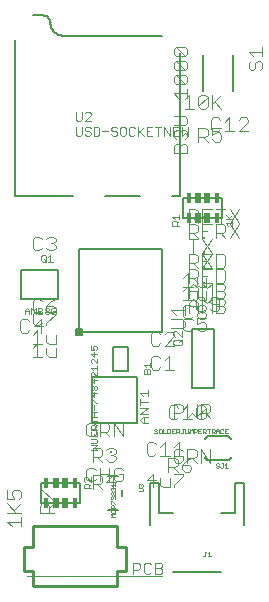
<source format=gto>
G75*
G70*
%OFA0B0*%
%FSLAX24Y24*%
%IPPOS*%
%LPD*%
%AMOC8*
5,1,8,0,0,1.08239X$1,22.5*
%
%ADD10C,0.0050*%
%ADD11R,0.0197X0.0197*%
%ADD12C,0.0040*%
%ADD13C,0.0020*%
%ADD14C,0.0080*%
%ADD15C,0.0010*%
%ADD16C,0.0030*%
%ADD17C,0.0100*%
%ADD18R,0.0098X0.0098*%
%ADD19R,0.0150X0.0350*%
%ADD20R,0.0200X0.0350*%
D10*
X002530Y003295D02*
X002530Y003965D01*
X003830Y003965D01*
X003830Y003295D01*
X002530Y003295D01*
X004216Y005966D02*
X004216Y007494D01*
X005744Y007494D01*
X005744Y005966D01*
X004216Y005966D01*
X004934Y007711D02*
X004934Y008499D01*
X005426Y008499D01*
X005426Y007711D01*
X004934Y007711D01*
X003900Y008904D02*
X003900Y009100D01*
X003704Y009100D01*
X003704Y009002D01*
X003802Y009002D01*
X003802Y008904D01*
X003900Y008904D01*
X003802Y008904D02*
X003704Y008904D01*
X003704Y009002D01*
X003802Y009002D02*
X003802Y011758D01*
X006558Y011758D01*
X006558Y009002D01*
X003802Y009002D01*
X003110Y010088D02*
X001850Y010088D01*
X001850Y011072D01*
X003110Y011072D01*
X003110Y010088D01*
X007280Y012795D02*
X008580Y012795D01*
X008580Y013465D01*
X007280Y013465D01*
X007280Y012795D01*
X007576Y009114D02*
X008284Y009114D01*
X008284Y007146D01*
X007576Y007146D01*
X007576Y009114D01*
D11*
X003802Y009002D03*
D12*
X001400Y002672D02*
X001553Y002519D01*
X001400Y002672D02*
X001860Y002672D01*
X001860Y002519D02*
X001860Y002826D01*
X001860Y002979D02*
X001400Y002979D01*
X001630Y003056D02*
X001860Y003286D01*
X001783Y003440D02*
X001860Y003516D01*
X001860Y003670D01*
X001783Y003747D01*
X001630Y003747D01*
X001553Y003670D01*
X001553Y003593D01*
X001630Y003440D01*
X001400Y003440D01*
X001400Y003747D01*
X001400Y003286D02*
X001706Y002979D01*
X002500Y002979D02*
X002500Y003209D01*
X002576Y003286D01*
X002730Y003286D01*
X002806Y003209D01*
X002806Y002979D01*
X002806Y003133D02*
X002960Y003286D01*
X002960Y003440D02*
X002883Y003440D01*
X002576Y003747D01*
X002500Y003747D01*
X002500Y003440D01*
X002500Y002979D02*
X002960Y002979D01*
X004044Y004102D02*
X004120Y004025D01*
X004274Y004025D01*
X004351Y004102D01*
X004254Y004235D02*
X004254Y003775D01*
X004254Y003928D02*
X004484Y003928D01*
X004561Y004005D01*
X004561Y004159D01*
X004484Y004235D01*
X004254Y004235D01*
X004351Y004409D02*
X004274Y004485D01*
X004120Y004485D01*
X004044Y004409D01*
X004044Y004102D01*
X004408Y003928D02*
X004561Y003775D01*
X004504Y004025D02*
X004504Y004485D01*
X004561Y004675D02*
X004408Y004828D01*
X004484Y004828D02*
X004254Y004828D01*
X004254Y004675D02*
X004254Y005135D01*
X004484Y005135D01*
X004561Y005059D01*
X004561Y004905D01*
X004484Y004828D01*
X004715Y004752D02*
X004791Y004675D01*
X004945Y004675D01*
X005021Y004752D01*
X005021Y004828D01*
X004945Y004905D01*
X004868Y004905D01*
X004945Y004905D02*
X005021Y004982D01*
X005021Y005059D01*
X004945Y005135D01*
X004791Y005135D01*
X004715Y005059D01*
X004811Y005525D02*
X004658Y005678D01*
X004734Y005678D02*
X004504Y005678D01*
X004504Y005525D02*
X004504Y005985D01*
X004734Y005985D01*
X004811Y005909D01*
X004811Y005755D01*
X004734Y005678D01*
X004965Y005525D02*
X004965Y005985D01*
X005271Y005525D01*
X005271Y005985D01*
X005195Y004485D02*
X005041Y004485D01*
X004965Y004409D01*
X004965Y004102D01*
X005041Y004025D01*
X005195Y004025D01*
X005271Y004102D01*
X005271Y004255D01*
X005118Y004255D01*
X005271Y004409D02*
X005195Y004485D01*
X005021Y004005D02*
X004715Y004005D01*
X004945Y004235D01*
X004945Y003775D01*
X004811Y004025D02*
X004811Y004485D01*
X004811Y004255D02*
X004504Y004255D01*
X004274Y005525D02*
X004120Y005525D01*
X004044Y005602D01*
X004044Y005909D01*
X004120Y005985D01*
X004274Y005985D01*
X004351Y005909D01*
X004351Y005755D02*
X004197Y005755D01*
X004351Y005755D02*
X004351Y005602D01*
X004274Y005525D01*
X003017Y008175D02*
X003017Y008482D01*
X003017Y008600D02*
X003017Y008907D01*
X003017Y008600D02*
X002787Y008600D01*
X002710Y008677D01*
X002710Y008907D01*
X002520Y008975D02*
X002520Y009435D01*
X002290Y009205D01*
X002596Y009205D01*
X002557Y009302D02*
X002480Y009225D01*
X002327Y009225D01*
X002250Y009302D01*
X002250Y009609D01*
X002327Y009685D01*
X002480Y009685D01*
X002557Y009609D01*
X002480Y009650D02*
X002557Y009727D01*
X002480Y009650D02*
X002327Y009650D01*
X002250Y009727D01*
X002250Y010034D01*
X002327Y010110D01*
X002480Y010110D01*
X002557Y010034D01*
X002710Y009880D02*
X002710Y009727D01*
X002787Y009650D01*
X002941Y009650D01*
X003017Y009727D01*
X003017Y009803D01*
X002941Y009880D01*
X002710Y009880D01*
X002864Y010034D01*
X003017Y010110D01*
X003017Y009685D02*
X003017Y009609D01*
X002710Y009302D01*
X002710Y009225D01*
X002710Y009685D02*
X003017Y009685D01*
X002557Y008600D02*
X002250Y008600D01*
X002250Y008482D02*
X002403Y008635D01*
X002403Y008175D01*
X002250Y008175D02*
X002557Y008175D01*
X002710Y008252D02*
X002787Y008175D01*
X003017Y008175D01*
X002710Y008252D02*
X002710Y008482D01*
X002403Y008600D02*
X002403Y009060D01*
X002250Y008907D01*
X002136Y009052D02*
X002059Y008975D01*
X001906Y008975D01*
X001829Y009052D01*
X001829Y009359D01*
X001906Y009435D01*
X002059Y009435D01*
X002136Y009359D01*
X002327Y011725D02*
X002480Y011725D01*
X002557Y011802D01*
X002557Y012109D02*
X002480Y012185D01*
X002327Y012185D01*
X002250Y012109D01*
X002250Y011802D01*
X002327Y011725D01*
X002710Y011802D02*
X002787Y011725D01*
X002941Y011725D01*
X003017Y011802D01*
X003017Y011878D01*
X002941Y011955D01*
X002864Y011955D01*
X002941Y011955D02*
X003017Y012032D01*
X003017Y012109D01*
X002941Y012185D01*
X002787Y012185D01*
X002710Y012109D01*
X006127Y005335D02*
X006050Y005259D01*
X006050Y004952D01*
X006127Y004875D01*
X006280Y004875D01*
X006357Y004952D01*
X006510Y004875D02*
X006817Y004875D01*
X006779Y004810D02*
X007009Y004810D01*
X007086Y004734D01*
X007086Y004580D01*
X007009Y004503D01*
X006779Y004503D01*
X006779Y004350D02*
X006779Y004810D01*
X006664Y004875D02*
X006664Y005335D01*
X006510Y005182D01*
X006357Y005259D02*
X006280Y005335D01*
X006127Y005335D01*
X006280Y004285D02*
X006050Y004055D01*
X006357Y004055D01*
X006510Y004132D02*
X006510Y003902D01*
X006587Y003825D01*
X006817Y003825D01*
X006817Y004132D01*
X006971Y004285D02*
X007278Y004285D01*
X007278Y004209D01*
X006971Y003902D01*
X006971Y003825D01*
X007086Y004350D02*
X006933Y004503D01*
X007027Y004650D02*
X007180Y004650D01*
X007257Y004727D01*
X007257Y004880D01*
X007103Y004880D01*
X007124Y004875D02*
X007124Y005335D01*
X006971Y005182D01*
X007027Y005110D02*
X006950Y005034D01*
X006950Y004727D01*
X007027Y004650D01*
X006971Y004875D02*
X007278Y004875D01*
X007410Y004803D02*
X007641Y004803D01*
X007717Y004880D01*
X007717Y005034D01*
X007641Y005110D01*
X007410Y005110D01*
X007410Y004650D01*
X007393Y004734D02*
X007240Y004580D01*
X007470Y004580D01*
X007546Y004503D01*
X007546Y004427D01*
X007470Y004350D01*
X007316Y004350D01*
X007240Y004427D01*
X007240Y004580D01*
X007393Y004734D02*
X007546Y004810D01*
X007564Y004803D02*
X007717Y004650D01*
X007871Y004650D02*
X007871Y005110D01*
X008178Y004650D01*
X008178Y005110D01*
X007945Y006100D02*
X007791Y006100D01*
X007715Y006177D01*
X008021Y006484D01*
X008021Y006177D01*
X007945Y006100D01*
X007871Y006150D02*
X007871Y006610D01*
X008101Y006610D01*
X008178Y006534D01*
X008178Y006380D01*
X008101Y006303D01*
X007871Y006303D01*
X007715Y006177D02*
X007715Y006484D01*
X007791Y006560D01*
X007945Y006560D01*
X008021Y006484D01*
X008024Y006303D02*
X008178Y006150D01*
X007717Y006150D02*
X007717Y006610D01*
X007564Y006303D02*
X007717Y006150D01*
X007564Y006303D02*
X007410Y006150D01*
X007410Y006610D01*
X007408Y006560D02*
X007408Y006100D01*
X007561Y006100D02*
X007254Y006100D01*
X007180Y006303D02*
X006950Y006303D01*
X006950Y006150D02*
X006950Y006610D01*
X007180Y006610D01*
X007257Y006534D01*
X007257Y006380D01*
X007180Y006303D01*
X007254Y006407D02*
X007408Y006560D01*
X007101Y006484D02*
X007024Y006560D01*
X006870Y006560D01*
X006794Y006484D01*
X006794Y006177D01*
X006870Y006100D01*
X007024Y006100D01*
X007101Y006177D01*
X007180Y005110D02*
X007027Y005110D01*
X007180Y005110D02*
X007257Y005034D01*
X006280Y004285D02*
X006280Y003825D01*
X006277Y007750D02*
X006200Y007827D01*
X006200Y008134D01*
X006277Y008210D01*
X006430Y008210D01*
X006507Y008134D01*
X006660Y008057D02*
X006814Y008210D01*
X006814Y007750D01*
X006967Y007750D02*
X006660Y007750D01*
X006507Y007827D02*
X006430Y007750D01*
X006277Y007750D01*
X006277Y008550D02*
X006200Y008627D01*
X006200Y008934D01*
X006277Y009010D01*
X006430Y009010D01*
X006507Y008934D01*
X006507Y008627D02*
X006430Y008550D01*
X006277Y008550D01*
X006660Y008550D02*
X006967Y008857D01*
X006967Y008934D01*
X006891Y009010D01*
X006737Y009010D01*
X006660Y008934D01*
X006660Y008550D02*
X006967Y008550D01*
X006865Y009120D02*
X007249Y009120D01*
X007325Y009197D01*
X007325Y009351D01*
X007249Y009427D01*
X006865Y009427D01*
X007018Y009581D02*
X006865Y009734D01*
X007325Y009734D01*
X007279Y009834D02*
X007279Y009527D01*
X007356Y009450D01*
X007509Y009450D01*
X007586Y009527D01*
X007509Y009485D02*
X007586Y009409D01*
X007509Y009485D02*
X007356Y009485D01*
X007279Y009409D01*
X007279Y009102D01*
X007356Y009025D01*
X007509Y009025D01*
X007586Y009102D01*
X007740Y009102D02*
X007816Y009025D01*
X007970Y009025D01*
X008046Y009102D01*
X008046Y009255D01*
X007970Y009332D01*
X007893Y009332D01*
X007740Y009255D01*
X007740Y009485D01*
X008046Y009485D01*
X008046Y009527D02*
X007970Y009450D01*
X007816Y009450D01*
X007740Y009527D01*
X007740Y009603D01*
X007816Y009680D01*
X007970Y009680D01*
X008046Y009603D01*
X008046Y009527D01*
X007970Y009680D02*
X008046Y009757D01*
X008046Y009834D01*
X007970Y009910D01*
X007816Y009910D01*
X007740Y009834D01*
X007740Y009757D01*
X007816Y009680D01*
X007777Y009700D02*
X007930Y009700D01*
X008007Y009777D01*
X008160Y009777D02*
X008237Y009700D01*
X008391Y009700D01*
X008467Y009777D01*
X008467Y010084D01*
X008391Y010160D01*
X008237Y010160D01*
X008160Y010084D01*
X008160Y010007D01*
X008237Y009930D01*
X008467Y009930D01*
X008371Y009880D02*
X008601Y009880D01*
X008678Y009803D01*
X008678Y009727D01*
X008601Y009650D01*
X008371Y009650D01*
X008371Y010110D01*
X008601Y010110D01*
X008678Y010034D01*
X008678Y009957D01*
X008601Y009880D01*
X008601Y010150D02*
X008371Y010150D01*
X008371Y010610D01*
X008601Y010610D01*
X008678Y010534D01*
X008678Y010457D01*
X008601Y010380D01*
X008371Y010380D01*
X008371Y010650D02*
X008601Y010650D01*
X008678Y010727D01*
X008678Y011034D01*
X008601Y011110D01*
X008371Y011110D01*
X008371Y010650D01*
X008217Y010650D02*
X007910Y010650D01*
X007910Y011110D01*
X008217Y011110D01*
X008217Y011150D02*
X007910Y011610D01*
X007910Y011150D01*
X008217Y011610D01*
X007910Y011610D01*
X007910Y011650D02*
X008217Y012110D01*
X008371Y012150D02*
X008371Y012610D01*
X008601Y012610D01*
X008678Y012534D01*
X008678Y012380D01*
X008601Y012303D01*
X008371Y012303D01*
X008217Y012610D02*
X007910Y012610D01*
X007910Y012150D01*
X007910Y012110D02*
X008217Y011650D01*
X008371Y011610D02*
X008601Y011610D01*
X008678Y011534D01*
X008678Y011227D01*
X008601Y011150D01*
X008371Y011150D01*
X008371Y011610D01*
X008217Y011150D02*
X007910Y011150D01*
X007910Y011380D02*
X008064Y011380D01*
X007757Y011380D02*
X007680Y011303D01*
X007450Y011303D01*
X007680Y011303D01*
X007757Y011380D01*
X007757Y011534D01*
X007680Y011610D01*
X007450Y011610D01*
X007450Y011150D01*
X007450Y011610D01*
X007680Y011610D01*
X007757Y011534D01*
X007757Y011380D01*
X007603Y011303D02*
X007757Y011150D01*
X007603Y011303D01*
X007680Y011110D02*
X007757Y011034D01*
X007757Y010880D01*
X007680Y010803D01*
X007450Y010803D01*
X007450Y010650D02*
X007450Y011110D01*
X007680Y011110D01*
X007740Y010807D02*
X007740Y010577D01*
X007816Y010500D01*
X008046Y010500D01*
X008046Y010807D01*
X008064Y010880D02*
X007910Y010880D01*
X007910Y010610D02*
X008064Y010457D01*
X008217Y010610D01*
X008217Y010150D01*
X008217Y010110D02*
X008217Y009650D01*
X008064Y009957D02*
X008217Y010110D01*
X008046Y010075D02*
X008046Y010382D01*
X007930Y010160D02*
X007777Y010160D01*
X007700Y010084D01*
X007700Y009777D01*
X007777Y009700D01*
X007757Y009650D02*
X007757Y009957D01*
X007603Y010110D01*
X007450Y009957D01*
X007450Y009650D01*
X007325Y009581D02*
X007325Y009888D01*
X007356Y009910D02*
X007279Y009834D01*
X007356Y009910D02*
X007509Y009910D01*
X007586Y009834D01*
X007450Y009880D02*
X007757Y009880D01*
X007816Y010075D02*
X007740Y010152D01*
X007740Y010382D01*
X007757Y010380D02*
X007450Y010380D01*
X007450Y010457D02*
X007603Y010610D01*
X007757Y010457D01*
X007757Y010150D01*
X007816Y010075D02*
X008046Y010075D01*
X008007Y010084D02*
X007930Y010160D01*
X007910Y010150D02*
X007910Y010610D01*
X007757Y010650D02*
X007603Y010803D01*
X007586Y010500D02*
X007279Y010500D01*
X007279Y010382D02*
X007433Y010535D01*
X007433Y010075D01*
X007450Y010150D02*
X007450Y010457D01*
X007433Y010500D02*
X007433Y010960D01*
X007279Y010807D01*
X007279Y010075D02*
X007586Y010075D01*
X007910Y010110D02*
X007910Y009650D01*
X008064Y009957D02*
X007910Y010110D01*
X008601Y010150D02*
X008678Y010227D01*
X008678Y010303D01*
X008601Y010380D01*
X008678Y012150D02*
X008524Y012303D01*
X008524Y012650D02*
X008524Y013110D01*
X008371Y013110D02*
X008678Y013110D01*
X008831Y013110D02*
X009138Y012650D01*
X009138Y012610D02*
X008831Y012150D01*
X009138Y012150D02*
X008831Y012610D01*
X008831Y012650D02*
X009138Y013110D01*
X008217Y013110D02*
X007910Y013110D01*
X007910Y012650D01*
X007910Y012380D02*
X008064Y012380D01*
X007757Y012380D02*
X007680Y012303D01*
X007450Y012303D01*
X007450Y012150D02*
X007450Y012610D01*
X007680Y012610D01*
X007757Y012534D01*
X007757Y012380D01*
X007603Y012303D02*
X007757Y012150D01*
X007757Y012110D02*
X007450Y012110D01*
X007603Y012110D02*
X007603Y011650D01*
X007450Y012650D02*
X007450Y013110D01*
X007680Y013110D01*
X007757Y013034D01*
X007757Y012880D01*
X007680Y012803D01*
X007450Y012803D01*
X007603Y012803D02*
X007757Y012650D01*
X007910Y012880D02*
X008064Y012880D01*
X007410Y014967D02*
X007410Y015197D01*
X007333Y015274D01*
X007256Y015274D01*
X007180Y015197D01*
X007180Y014967D01*
X007180Y015197D02*
X007103Y015274D01*
X007026Y015274D01*
X006950Y015197D01*
X006950Y014967D01*
X007410Y014967D01*
X007333Y015427D02*
X007410Y015504D01*
X007410Y015657D01*
X007333Y015734D01*
X007256Y015734D01*
X007180Y015657D01*
X007180Y015581D01*
X007180Y015657D02*
X007103Y015734D01*
X007026Y015734D01*
X006950Y015657D01*
X006950Y015504D01*
X007026Y015427D01*
X006950Y015888D02*
X007333Y015888D01*
X007410Y015964D01*
X007410Y016118D01*
X007333Y016195D01*
X006950Y016195D01*
X007180Y016348D02*
X007180Y016655D01*
X007103Y016808D02*
X006950Y016962D01*
X007410Y016962D01*
X007472Y016910D02*
X007319Y016757D01*
X007410Y016808D02*
X007410Y017115D01*
X007333Y017269D02*
X007026Y017576D01*
X007333Y017576D01*
X007410Y017499D01*
X007410Y017346D01*
X007333Y017269D01*
X007026Y017269D01*
X006950Y017346D01*
X006950Y017499D01*
X007026Y017576D01*
X007026Y017729D02*
X006950Y017806D01*
X006950Y017959D01*
X007026Y018036D01*
X007333Y017729D01*
X007410Y017806D01*
X007410Y017959D01*
X007333Y018036D01*
X007026Y018036D01*
X007026Y018190D02*
X006950Y018266D01*
X006950Y018420D01*
X007026Y018497D01*
X007333Y018190D01*
X007410Y018266D01*
X007410Y018420D01*
X007333Y018497D01*
X007026Y018497D01*
X007026Y018190D02*
X007333Y018190D01*
X007333Y017729D02*
X007026Y017729D01*
X007472Y016910D02*
X007472Y016450D01*
X007319Y016450D02*
X007626Y016450D01*
X007779Y016527D02*
X007779Y016834D01*
X007856Y016910D01*
X008009Y016910D01*
X008086Y016834D01*
X007779Y016527D01*
X007856Y016450D01*
X008009Y016450D01*
X008086Y016527D01*
X008086Y016834D01*
X008240Y016910D02*
X008240Y016450D01*
X008240Y016603D02*
X008546Y016910D01*
X008316Y016680D02*
X008546Y016450D01*
X008430Y016160D02*
X008277Y016160D01*
X008200Y016084D01*
X008200Y015777D01*
X008277Y015700D01*
X008430Y015700D01*
X008507Y015777D01*
X008546Y015810D02*
X008240Y015810D01*
X008240Y015580D01*
X008393Y015657D01*
X008470Y015657D01*
X008546Y015580D01*
X008546Y015427D01*
X008470Y015350D01*
X008316Y015350D01*
X008240Y015427D01*
X008086Y015350D02*
X007933Y015503D01*
X008009Y015503D02*
X007779Y015503D01*
X007779Y015350D02*
X007779Y015810D01*
X008009Y015810D01*
X008086Y015734D01*
X008086Y015580D01*
X008009Y015503D01*
X008507Y016084D02*
X008430Y016160D01*
X008660Y016007D02*
X008814Y016160D01*
X008814Y015700D01*
X008967Y015700D02*
X008660Y015700D01*
X009121Y015700D02*
X009428Y016007D01*
X009428Y016084D01*
X009351Y016160D01*
X009197Y016160D01*
X009121Y016084D01*
X009121Y015700D02*
X009428Y015700D01*
X009526Y017729D02*
X009603Y017729D01*
X009680Y017806D01*
X009680Y017959D01*
X009756Y018036D01*
X009833Y018036D01*
X009910Y017959D01*
X009910Y017806D01*
X009833Y017729D01*
X009910Y018190D02*
X009910Y018497D01*
X009910Y018343D02*
X009450Y018343D01*
X009603Y018190D01*
X009526Y018036D02*
X009450Y017959D01*
X009450Y017806D01*
X009526Y017729D01*
D13*
X008904Y012917D02*
X008794Y012807D01*
X008831Y012770D02*
X008684Y012917D01*
X008684Y012770D02*
X008904Y012770D01*
X008904Y012696D02*
X008904Y012549D01*
X008904Y012623D02*
X008684Y012623D01*
X008757Y012549D01*
X007133Y012549D02*
X006912Y012549D01*
X006912Y012660D01*
X006949Y012696D01*
X007022Y012696D01*
X007059Y012660D01*
X007059Y012549D01*
X007059Y012623D02*
X007133Y012696D01*
X007133Y012770D02*
X007133Y012917D01*
X007133Y012844D02*
X006912Y012844D01*
X006986Y012770D01*
X006170Y007983D02*
X006170Y007836D01*
X006170Y007909D02*
X005950Y007909D01*
X006023Y007836D01*
X006023Y007762D02*
X006060Y007725D01*
X006060Y007615D01*
X006170Y007615D02*
X006170Y007725D01*
X006133Y007762D01*
X006097Y007762D01*
X006060Y007725D01*
X006023Y007762D02*
X005986Y007762D01*
X005950Y007725D01*
X005950Y007615D01*
X006170Y007615D01*
X004410Y007657D02*
X004410Y007510D01*
X004263Y007657D01*
X004226Y007657D01*
X004190Y007620D01*
X004190Y007547D01*
X004226Y007510D01*
X004300Y007436D02*
X004300Y007289D01*
X004190Y007399D01*
X004410Y007399D01*
X004373Y007215D02*
X004410Y007178D01*
X004410Y007105D01*
X004373Y007068D01*
X004337Y007068D01*
X004300Y007105D01*
X004300Y007178D01*
X004337Y007215D01*
X004373Y007215D01*
X004300Y007178D02*
X004263Y007215D01*
X004226Y007215D01*
X004190Y007178D01*
X004190Y007105D01*
X004226Y007068D01*
X004263Y007068D01*
X004300Y007105D01*
X004300Y006994D02*
X004300Y006847D01*
X004190Y006957D01*
X004410Y006957D01*
X004226Y006773D02*
X004373Y006626D01*
X004410Y006626D01*
X004300Y006552D02*
X004300Y006405D01*
X004300Y006331D02*
X004300Y006184D01*
X004410Y006184D02*
X004190Y006184D01*
X004190Y006110D02*
X004190Y005963D01*
X004190Y006037D02*
X004410Y006037D01*
X004410Y005889D02*
X004337Y005816D01*
X004337Y005852D02*
X004337Y005742D01*
X004410Y005742D02*
X004190Y005742D01*
X004190Y005852D01*
X004226Y005889D01*
X004300Y005889D01*
X004337Y005852D01*
X004410Y005668D02*
X004410Y005521D01*
X004190Y005521D01*
X004190Y005668D01*
X004300Y005595D02*
X004300Y005521D01*
X004373Y005447D02*
X004190Y005447D01*
X004190Y005300D02*
X004373Y005300D01*
X004410Y005337D01*
X004410Y005410D01*
X004373Y005447D01*
X004410Y005226D02*
X004337Y005153D01*
X004410Y005079D01*
X004190Y005079D01*
X004190Y005226D02*
X004410Y005226D01*
X004197Y004156D02*
X004197Y004010D01*
X004051Y004156D01*
X004014Y004156D01*
X003977Y004120D01*
X003977Y004046D01*
X004014Y004010D01*
X004014Y003935D02*
X004087Y003935D01*
X004124Y003899D01*
X004124Y003789D01*
X004124Y003862D02*
X004197Y003935D01*
X004197Y003789D02*
X003977Y003789D01*
X003977Y003899D01*
X004014Y003935D01*
X004190Y006331D02*
X004410Y006331D01*
X004190Y006626D02*
X004190Y006773D01*
X004226Y006773D01*
X004263Y007731D02*
X004190Y007804D01*
X004410Y007804D01*
X004410Y007731D02*
X004410Y007878D01*
X004410Y007952D02*
X004263Y008099D01*
X004226Y008099D01*
X004190Y008062D01*
X004190Y007989D01*
X004226Y007952D01*
X004300Y008173D02*
X004190Y008283D01*
X004410Y008283D01*
X004300Y008320D02*
X004300Y008173D01*
X004410Y008099D02*
X004410Y007952D01*
X004373Y008394D02*
X004410Y008431D01*
X004410Y008504D01*
X004373Y008541D01*
X004300Y008541D01*
X004263Y008504D01*
X004263Y008467D01*
X004300Y008394D01*
X004190Y008394D01*
X004190Y008541D01*
X003021Y009627D02*
X003021Y009700D01*
X002947Y009700D01*
X002874Y009627D02*
X002911Y009590D01*
X002984Y009590D01*
X003021Y009627D01*
X003021Y009773D02*
X002984Y009810D01*
X002911Y009810D01*
X002874Y009773D01*
X002874Y009627D01*
X002800Y009627D02*
X002763Y009590D01*
X002690Y009590D01*
X002653Y009627D01*
X002653Y009663D01*
X002690Y009700D01*
X002763Y009700D01*
X002800Y009663D01*
X002800Y009627D01*
X002763Y009700D02*
X002800Y009737D01*
X002800Y009773D01*
X002763Y009810D01*
X002690Y009810D01*
X002653Y009773D01*
X002653Y009737D01*
X002690Y009700D01*
X002579Y009663D02*
X002579Y009627D01*
X002542Y009590D01*
X002432Y009590D01*
X002432Y009810D01*
X002542Y009810D01*
X002579Y009773D01*
X002579Y009737D01*
X002542Y009700D01*
X002432Y009700D01*
X002542Y009700D02*
X002579Y009663D01*
X002358Y009590D02*
X002358Y009810D01*
X002284Y009737D01*
X002211Y009810D01*
X002211Y009590D01*
X002137Y009590D02*
X002137Y009737D01*
X002063Y009810D01*
X001990Y009737D01*
X001990Y009590D01*
X001990Y009700D02*
X002137Y009700D01*
X002585Y011350D02*
X002548Y011387D01*
X002548Y011533D01*
X002585Y011570D01*
X002658Y011570D01*
X002695Y011533D01*
X002695Y011387D01*
X002658Y011350D01*
X002585Y011350D01*
X002621Y011423D02*
X002695Y011350D01*
X002769Y011350D02*
X002916Y011350D01*
X002842Y011350D02*
X002842Y011570D01*
X002769Y011497D01*
X002080Y000859D02*
X006580Y000859D01*
D14*
X006943Y000999D02*
X008517Y000999D01*
X009305Y002574D02*
X009305Y003952D01*
X008990Y003952D01*
X008990Y002967D01*
X008517Y002967D01*
X008755Y004730D02*
X008105Y004730D01*
X008088Y004732D01*
X008071Y004736D01*
X008055Y004743D01*
X008041Y004753D01*
X008028Y004766D01*
X008018Y004780D01*
X008011Y004796D01*
X008007Y004813D01*
X008005Y004830D01*
X008005Y005430D02*
X008007Y005447D01*
X008011Y005464D01*
X008018Y005480D01*
X008028Y005494D01*
X008041Y005507D01*
X008055Y005517D01*
X008071Y005524D01*
X008088Y005528D01*
X008105Y005530D01*
X008755Y005530D01*
X008772Y005528D01*
X008789Y005524D01*
X008805Y005517D01*
X008819Y005507D01*
X008832Y005494D01*
X008842Y005480D01*
X008849Y005464D01*
X008853Y005447D01*
X008855Y005430D01*
X008855Y004830D02*
X008853Y004813D01*
X008849Y004796D01*
X008842Y004780D01*
X008832Y004766D01*
X008819Y004753D01*
X008805Y004743D01*
X008789Y004736D01*
X008772Y004732D01*
X008755Y004730D01*
X006943Y002967D02*
X006470Y002967D01*
X006470Y003952D01*
X006155Y003952D01*
X006155Y002574D01*
X005249Y003524D02*
X005249Y003736D01*
X005099Y004190D02*
X004761Y004190D01*
X004761Y003070D02*
X005099Y003070D01*
X004660Y013530D02*
X005841Y013530D01*
X006904Y013530D02*
X007180Y013530D01*
X007180Y018294D01*
X006550Y018884D02*
X003243Y018884D01*
X003205Y018887D01*
X003167Y018893D01*
X003130Y018903D01*
X003094Y018917D01*
X003059Y018933D01*
X003027Y018953D01*
X002996Y018976D01*
X002967Y019002D01*
X002941Y019031D01*
X002918Y019062D01*
X002898Y019094D01*
X002882Y019129D01*
X002868Y019165D01*
X002858Y019202D01*
X002852Y019240D01*
X002849Y019278D01*
X002850Y019310D01*
X002846Y019341D01*
X002839Y019372D01*
X002828Y019402D01*
X002814Y019430D01*
X002796Y019456D01*
X002775Y019480D01*
X002751Y019501D01*
X002725Y019519D01*
X002697Y019533D01*
X002667Y019544D01*
X002636Y019551D01*
X002605Y019555D01*
X002573Y019554D01*
X002574Y019554D02*
X002259Y019554D01*
X001668Y018727D02*
X001668Y013530D01*
X003597Y013530D01*
X007938Y017039D02*
X007938Y018221D01*
X008922Y018221D02*
X008922Y017039D01*
D15*
X008763Y005775D02*
X008663Y005775D01*
X008663Y005625D01*
X008763Y005625D01*
X008713Y005700D02*
X008663Y005700D01*
X008615Y005650D02*
X008590Y005625D01*
X008540Y005625D01*
X008515Y005650D01*
X008515Y005750D01*
X008540Y005775D01*
X008590Y005775D01*
X008615Y005750D01*
X008468Y005725D02*
X008468Y005625D01*
X008468Y005700D02*
X008368Y005700D01*
X008368Y005725D02*
X008418Y005775D01*
X008468Y005725D01*
X008368Y005725D02*
X008368Y005625D01*
X008321Y005625D02*
X008271Y005675D01*
X008296Y005675D02*
X008221Y005675D01*
X008221Y005625D02*
X008221Y005775D01*
X008296Y005775D01*
X008321Y005750D01*
X008321Y005700D01*
X008296Y005675D01*
X008173Y005775D02*
X008073Y005775D01*
X008123Y005775D02*
X008123Y005625D01*
X008026Y005625D02*
X007976Y005675D01*
X008001Y005675D02*
X007926Y005675D01*
X007926Y005625D02*
X007926Y005775D01*
X008001Y005775D01*
X008026Y005750D01*
X008026Y005700D01*
X008001Y005675D01*
X007879Y005625D02*
X007779Y005625D01*
X007779Y005775D01*
X007879Y005775D01*
X007829Y005700D02*
X007779Y005700D01*
X007731Y005700D02*
X007706Y005675D01*
X007631Y005675D01*
X007631Y005625D02*
X007631Y005775D01*
X007706Y005775D01*
X007731Y005750D01*
X007731Y005700D01*
X007584Y005775D02*
X007584Y005625D01*
X007484Y005625D02*
X007484Y005775D01*
X007534Y005725D01*
X007584Y005775D01*
X007437Y005775D02*
X007437Y005650D01*
X007412Y005625D01*
X007362Y005625D01*
X007337Y005650D01*
X007337Y005775D01*
X007289Y005775D02*
X007239Y005775D01*
X007264Y005775D02*
X007264Y005650D01*
X007239Y005625D01*
X007214Y005625D01*
X007189Y005650D01*
X007142Y005625D02*
X007092Y005675D01*
X007117Y005675D02*
X007042Y005675D01*
X007042Y005625D02*
X007042Y005775D01*
X007117Y005775D01*
X007142Y005750D01*
X007142Y005700D01*
X007117Y005675D01*
X006995Y005625D02*
X006895Y005625D01*
X006895Y005775D01*
X006995Y005775D01*
X006945Y005700D02*
X006895Y005700D01*
X006847Y005650D02*
X006847Y005750D01*
X006822Y005775D01*
X006747Y005775D01*
X006747Y005625D01*
X006822Y005625D01*
X006847Y005650D01*
X006700Y005625D02*
X006600Y005625D01*
X006600Y005775D01*
X006553Y005750D02*
X006528Y005775D01*
X006478Y005775D01*
X006453Y005750D01*
X006453Y005650D01*
X006478Y005625D01*
X006528Y005625D01*
X006553Y005650D01*
X006553Y005750D01*
X006405Y005750D02*
X006380Y005775D01*
X006330Y005775D01*
X006305Y005750D01*
X006305Y005725D01*
X006330Y005700D01*
X006380Y005700D01*
X006405Y005675D01*
X006405Y005650D01*
X006380Y005625D01*
X006330Y005625D01*
X006305Y005650D01*
X005910Y003938D02*
X005885Y003938D01*
X005860Y003913D01*
X005860Y003888D01*
X005860Y003913D02*
X005835Y003938D01*
X005810Y003938D01*
X005785Y003913D01*
X005785Y003863D01*
X005810Y003838D01*
X005785Y003790D02*
X005910Y003790D01*
X005935Y003765D01*
X005935Y003715D01*
X005910Y003690D01*
X005785Y003690D01*
X005910Y003838D02*
X005935Y003863D01*
X005935Y003913D01*
X005910Y003938D01*
X005010Y003963D02*
X005010Y003863D01*
X005010Y003913D02*
X004860Y003913D01*
X004910Y003863D01*
X004910Y003815D02*
X004935Y003790D01*
X004960Y003815D01*
X004985Y003815D01*
X005010Y003790D01*
X005010Y003740D01*
X004985Y003715D01*
X004985Y003668D02*
X004960Y003668D01*
X004935Y003643D01*
X004935Y003593D01*
X004910Y003568D01*
X004885Y003568D01*
X004860Y003593D01*
X004860Y003643D01*
X004885Y003668D01*
X004910Y003668D01*
X004935Y003643D01*
X004935Y003593D02*
X004960Y003568D01*
X004985Y003568D01*
X005010Y003593D01*
X005010Y003643D01*
X004985Y003668D01*
X004935Y003765D02*
X004935Y003790D01*
X004910Y003815D02*
X004885Y003815D01*
X004860Y003790D01*
X004860Y003740D01*
X004885Y003715D01*
X004885Y003521D02*
X004860Y003496D01*
X004860Y003446D01*
X004885Y003421D01*
X004885Y003373D02*
X004985Y003273D01*
X005010Y003273D01*
X004960Y003201D02*
X004960Y003126D01*
X005010Y003126D02*
X004860Y003126D01*
X004860Y003201D01*
X004885Y003226D01*
X004935Y003226D01*
X004960Y003201D01*
X004860Y003273D02*
X004860Y003373D01*
X004885Y003373D01*
X004935Y003471D02*
X004935Y003496D01*
X004960Y003521D01*
X004985Y003521D01*
X005010Y003496D01*
X005010Y003446D01*
X004985Y003421D01*
X004935Y003496D02*
X004910Y003521D01*
X004885Y003521D01*
X004885Y003079D02*
X004860Y003054D01*
X004860Y003004D01*
X004885Y002979D01*
X004985Y002979D01*
X005010Y003004D01*
X005010Y003054D01*
X004985Y003079D01*
X005010Y002931D02*
X004860Y002931D01*
X004910Y002881D01*
X004860Y002831D01*
X005010Y002831D01*
X007940Y001550D02*
X007965Y001525D01*
X007990Y001525D01*
X008015Y001550D01*
X008015Y001675D01*
X007990Y001675D02*
X008040Y001675D01*
X008088Y001625D02*
X008138Y001675D01*
X008138Y001525D01*
X008088Y001525D02*
X008188Y001525D01*
X008393Y004475D02*
X008368Y004500D01*
X008393Y004475D02*
X008443Y004475D01*
X008468Y004500D01*
X008468Y004525D01*
X008443Y004550D01*
X008393Y004550D01*
X008368Y004575D01*
X008368Y004600D01*
X008393Y004625D01*
X008443Y004625D01*
X008468Y004600D01*
X008565Y004625D02*
X008615Y004625D01*
X008590Y004625D02*
X008590Y004500D01*
X008565Y004475D01*
X008540Y004475D01*
X008515Y004500D01*
X008663Y004475D02*
X008763Y004475D01*
X008713Y004475D02*
X008713Y004625D01*
X008663Y004575D01*
D16*
X007187Y008556D02*
X006993Y008556D01*
X006945Y008604D01*
X006945Y008701D01*
X006993Y008749D01*
X007187Y008749D01*
X007235Y008701D01*
X007235Y008604D01*
X007187Y008556D01*
X007138Y008652D02*
X007235Y008749D01*
X007235Y008850D02*
X007041Y009044D01*
X006993Y009044D01*
X006945Y008995D01*
X006945Y008899D01*
X006993Y008850D01*
X007235Y008850D02*
X007235Y009044D01*
X006111Y007059D02*
X006111Y006865D01*
X006111Y006962D02*
X005820Y006962D01*
X005917Y006865D01*
X005820Y006764D02*
X005820Y006571D01*
X005820Y006667D02*
X006111Y006667D01*
X006111Y006469D02*
X005820Y006469D01*
X005820Y006276D02*
X006111Y006469D01*
X006111Y006276D02*
X005820Y006276D01*
X005917Y006175D02*
X005820Y006078D01*
X005917Y005981D01*
X006111Y005981D01*
X005965Y005981D02*
X005965Y006175D01*
X005917Y006175D02*
X006111Y006175D01*
X006148Y001315D02*
X006025Y001315D01*
X005963Y001254D01*
X005963Y001007D01*
X006025Y000945D01*
X006148Y000945D01*
X006210Y001007D01*
X006210Y001254D02*
X006148Y001315D01*
X006332Y001315D02*
X006332Y000945D01*
X006517Y000945D01*
X006578Y001007D01*
X006578Y001068D01*
X006517Y001130D01*
X006332Y001130D01*
X006517Y001130D02*
X006578Y001192D01*
X006578Y001254D01*
X006517Y001315D01*
X006332Y001315D01*
X005842Y001254D02*
X005842Y001130D01*
X005780Y001068D01*
X005595Y001068D01*
X005595Y000945D02*
X005595Y001315D01*
X005780Y001315D01*
X005842Y001254D01*
X005758Y015545D02*
X005758Y015835D01*
X005656Y015787D02*
X005608Y015835D01*
X005511Y015835D01*
X005463Y015787D01*
X005463Y015593D01*
X005511Y015545D01*
X005608Y015545D01*
X005656Y015593D01*
X005758Y015642D02*
X005951Y015835D01*
X006052Y015835D02*
X006052Y015545D01*
X006246Y015545D01*
X006149Y015690D02*
X006052Y015690D01*
X006052Y015835D02*
X006246Y015835D01*
X006347Y015835D02*
X006540Y015835D01*
X006444Y015835D02*
X006444Y015545D01*
X006641Y015545D02*
X006641Y015835D01*
X006835Y015545D01*
X006835Y015835D01*
X006936Y015835D02*
X006936Y015545D01*
X007130Y015545D01*
X007231Y015545D02*
X007231Y015835D01*
X007130Y015835D02*
X006936Y015835D01*
X006936Y015690D02*
X007033Y015690D01*
X007231Y015545D02*
X007328Y015642D01*
X007424Y015545D01*
X007424Y015835D01*
X005951Y015545D02*
X005806Y015690D01*
X005362Y015593D02*
X005362Y015787D01*
X005313Y015835D01*
X005217Y015835D01*
X005168Y015787D01*
X005168Y015593D01*
X005217Y015545D01*
X005313Y015545D01*
X005362Y015593D01*
X005067Y015593D02*
X005019Y015545D01*
X004922Y015545D01*
X004874Y015593D01*
X004922Y015690D02*
X005019Y015690D01*
X005067Y015642D01*
X005067Y015593D01*
X004922Y015690D02*
X004874Y015738D01*
X004874Y015787D01*
X004922Y015835D01*
X005019Y015835D01*
X005067Y015787D01*
X004772Y015690D02*
X004579Y015690D01*
X004478Y015593D02*
X004478Y015787D01*
X004429Y015835D01*
X004284Y015835D01*
X004284Y015545D01*
X004429Y015545D01*
X004478Y015593D01*
X004183Y015593D02*
X004135Y015545D01*
X004038Y015545D01*
X003990Y015593D01*
X003888Y015593D02*
X003888Y015835D01*
X003990Y015787D02*
X003990Y015738D01*
X004038Y015690D01*
X004135Y015690D01*
X004183Y015642D01*
X004183Y015593D01*
X004183Y015787D02*
X004135Y015835D01*
X004038Y015835D01*
X003990Y015787D01*
X003888Y015593D02*
X003840Y015545D01*
X003743Y015545D01*
X003695Y015593D01*
X003695Y015835D01*
X003743Y016045D02*
X003695Y016093D01*
X003695Y016335D01*
X003743Y016045D02*
X003840Y016045D01*
X003888Y016093D01*
X003888Y016335D01*
X003990Y016287D02*
X004038Y016335D01*
X004135Y016335D01*
X004183Y016287D01*
X004183Y016238D01*
X003990Y016045D01*
X004183Y016045D01*
D17*
X005080Y002530D02*
X002280Y002530D01*
X002280Y001830D01*
X001980Y001830D01*
X001980Y001030D01*
X002280Y001030D01*
X002280Y000530D01*
X005080Y000530D01*
X005080Y001030D01*
X005380Y001030D01*
X005380Y001830D01*
X005080Y001830D01*
X005080Y002530D01*
D18*
X004856Y005005D03*
X007479Y005630D03*
X007979Y010630D03*
X007979Y011130D03*
X007979Y011630D03*
X007979Y012130D03*
D19*
X008405Y012805D03*
X008405Y013455D03*
X007455Y013455D03*
X007455Y012805D03*
X003655Y003955D03*
X003655Y003305D03*
X002705Y003305D03*
X002705Y003955D03*
D20*
X003030Y003955D03*
X003330Y003955D03*
X003330Y003305D03*
X003030Y003305D03*
X007780Y012805D03*
X008080Y012805D03*
X008080Y013455D03*
X007780Y013455D03*
M02*

</source>
